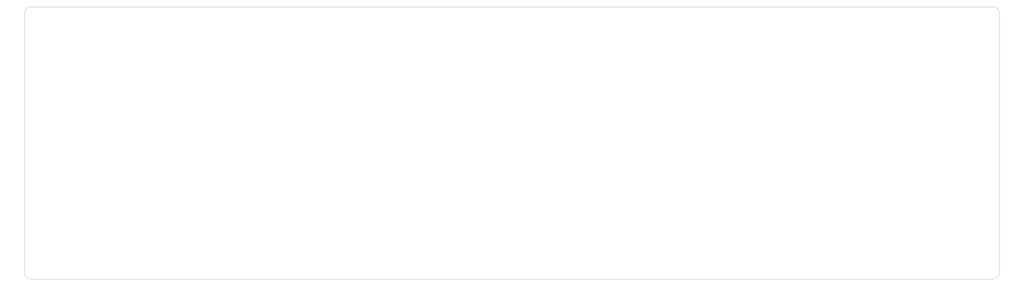
<source format=gbr>
%TF.GenerationSoftware,KiCad,Pcbnew,(5.1.7-0-10_14)*%
%TF.CreationDate,2020-11-07T09:55:29-03:00*%
%TF.ProjectId,MiniMood (tht),4d696e69-4d6f-46f6-9420-28746874292e,1*%
%TF.SameCoordinates,Original*%
%TF.FileFunction,Profile,NP*%
%FSLAX46Y46*%
G04 Gerber Fmt 4.6, Leading zero omitted, Abs format (unit mm)*
G04 Created by KiCad (PCBNEW (5.1.7-0-10_14)) date 2020-11-07 09:55:29*
%MOMM*%
%LPD*%
G01*
G04 APERTURE LIST*
%TA.AperFunction,Profile*%
%ADD10C,0.050000*%
%TD*%
G04 APERTURE END LIST*
D10*
X20000000Y-135190000D02*
X20000000Y-22990000D01*
X439400000Y-138190000D02*
X23000000Y-138190000D01*
X442400000Y-22990000D02*
X442400000Y-135190000D01*
X23000000Y-19990000D02*
X439400000Y-19990000D01*
X442400000Y-135190000D02*
G75*
G02*
X439400000Y-138190000I-3000000J0D01*
G01*
X23000000Y-138190000D02*
G75*
G02*
X20000000Y-135190000I0J3000000D01*
G01*
X20000000Y-22990000D02*
G75*
G02*
X23000000Y-19990000I3000000J0D01*
G01*
X439400000Y-19990000D02*
G75*
G02*
X442400000Y-22990000I0J-3000000D01*
G01*
M02*

</source>
